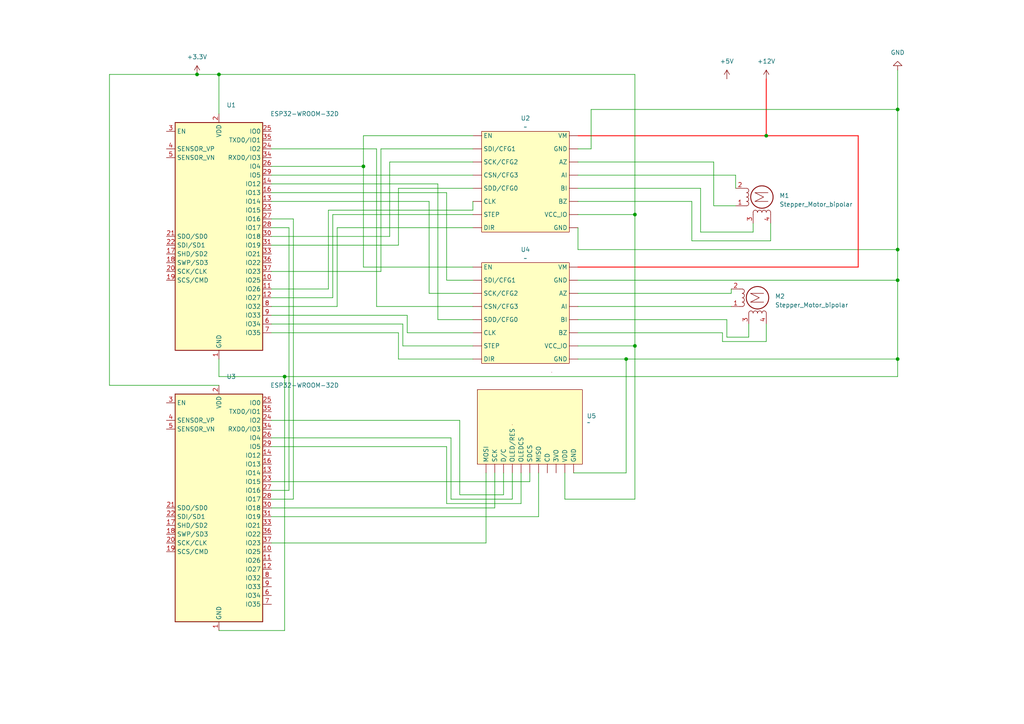
<source format=kicad_sch>
(kicad_sch (version 20231120) (generator "eeschema") (generator_version "8.0")
  (paper "A4")
  (lib_symbols
    (symbol "Motor:Stepper_Motor_bipolar" (pin_names (offset 0) hide)
      (property "Reference" "M" (at 3.81 2.54 0))
      (property "Value" "Stepper_Motor_bipolar" (at 3.81 1.27 0))
      (symbol "Stepper_Motor_bipolar_0_0"
        (polyline (pts (xy -1.27 -1.778) (xy -1.27 2.032) (xy 0 -0.508) (xy 1.27 2.032) (xy 1.27 -1.778)))
      )
      (symbol "Stepper_Motor_bipolar_0_1"
        (arc (start -4.445 -2.54) (mid -3.8127 -1.905) (end -4.445 -1.27))
        (arc (start -4.445 -1.27) (mid -3.8127 -0.635) (end -4.445 0))
        (arc (start -4.445 0) (mid -3.8127 0.635) (end -4.445 1.27))
        (arc (start -4.445 1.27) (mid -3.8127 1.905) (end -4.445 2.54))
        (arc (start -2.54 4.445) (mid -1.905 3.8127) (end -1.27 4.445))
        (arc (start -1.27 4.445) (mid -0.635 3.8127) (end 0 4.445))
        (polyline (pts (xy -5.08 -2.54) (xy -4.445 -2.54)))
        (polyline (pts (xy -5.08 2.54) (xy -4.445 2.54)))
        (polyline (pts (xy -2.54 5.08) (xy -2.54 4.445)))
        (polyline (pts (xy 2.54 5.08) (xy 2.54 4.445)))
        (circle (center 0 0) (radius 3.2512) (stroke (width 0.254)))
        (arc (start 0 4.445) (mid 0.635 3.8127) (end 1.27 4.445))
        (arc (start 1.27 4.445) (mid 1.905 3.8127) (end 2.54 4.445))
      )
      (symbol "Stepper_Motor_bipolar_1_1"
        (pin passive line (at -2.54 7.62 270) (length 2.54) (name "~") (number "1"))
        (pin passive line (at 2.54 7.62 270) (length 2.54) (name "-") (number "2"))
        (pin passive line (at -7.62 2.54 0) (length 2.54) (name "~") (number "3"))
        (pin passive line (at -7.62 -2.54 0) (length 2.54) (name "~") (number "4"))
      )
    )
    (symbol "RF_Module:ESP32-WROOM-32D"
      (property "Reference" "U" (at -12.7 34.29 0))
      (property "Value" "ESP32-WROOM-32D" (at 1.27 34.29 0))
      (symbol "ESP32-WROOM-32D_0_1"
        (rectangle (start -12.7 33.02) (end 12.7 -33.02) (stroke (width 0.254)) (fill (type background)))
      )
      (symbol "ESP32-WROOM-32D_1_1"
        (pin power_in line (at 0 -35.56 90) (length 2.54) (name "GND") (number "1"))
        (pin bidirectional line (at 15.24 -12.7 180) (length 2.54) (name "IO25") (number "10"))
        (pin bidirectional line (at 15.24 -15.24 180) (length 2.54) (name "IO26") (number "11"))
        (pin bidirectional line (at 15.24 -17.78 180) (length 2.54) (name "IO27") (number "12"))
        (pin bidirectional line (at 15.24 10.16 180) (length 2.54) (name "IO14") (number "13"))
        (pin bidirectional line (at 15.24 15.24 180) (length 2.54) (name "IO12") (number "14"))
        (pin passive line (at 0 -35.56 90) (length 2.54) hide (name "GND") (number "15"))
        (pin bidirectional line (at 15.24 12.7 180) (length 2.54) (name "IO13") (number "16"))
        (pin bidirectional line (at -15.24 -5.08 0) (length 2.54) (name "SHD/SD2") (number "17"))
        (pin bidirectional line (at -15.24 -7.62 0) (length 2.54) (name "SWP/SD3") (number "18"))
        (pin bidirectional line (at -15.24 -12.7 0) (length 2.54) (name "SCS/CMD") (number "19"))
        (pin power_in line (at 0 35.56 270) (length 2.54) (name "VDD") (number "2"))
        (pin bidirectional line (at -15.24 -10.16 0) (length 2.54) (name "SCK/CLK") (number "20"))
        (pin bidirectional line (at -15.24 0 0) (length 2.54) (name "SDO/SD0") (number "21"))
        (pin bidirectional line (at -15.24 -2.54 0) (length 2.54) (name "SDI/SD1") (number "22"))
        (pin bidirectional line (at 15.24 7.62 180) (length 2.54) (name "IO15") (number "23"))
        (pin bidirectional line (at 15.24 25.4 180) (length 2.54) (name "IO2") (number "24"))
        (pin bidirectional line (at 15.24 30.48 180) (length 2.54) (name "IO0") (number "25"))
        (pin bidirectional line (at 15.24 20.32 180) (length 2.54) (name "IO4") (number "26"))
        (pin bidirectional line (at 15.24 5.08 180) (length 2.54) (name "IO16") (number "27"))
        (pin bidirectional line (at 15.24 2.54 180) (length 2.54) (name "IO17") (number "28"))
        (pin bidirectional line (at 15.24 17.78 180) (length 2.54) (name "IO5") (number "29"))
        (pin input line (at -15.24 30.48 0) (length 2.54) (name "EN") (number "3"))
        (pin bidirectional line (at 15.24 0 180) (length 2.54) (name "IO18") (number "30"))
        (pin bidirectional line (at 15.24 -2.54 180) (length 2.54) (name "IO19") (number "31"))
        (pin no_connect line (at -12.7 -27.94 0) (length 2.54) hide (name "NC") (number "32"))
        (pin bidirectional line (at 15.24 -5.08 180) (length 2.54) (name "IO21") (number "33"))
        (pin bidirectional line (at 15.24 22.86 180) (length 2.54) (name "RXD0/IO3") (number "34"))
        (pin bidirectional line (at 15.24 27.94 180) (length 2.54) (name "TXD0/IO1") (number "35"))
        (pin bidirectional line (at 15.24 -7.62 180) (length 2.54) (name "IO22") (number "36"))
        (pin bidirectional line (at 15.24 -10.16 180) (length 2.54) (name "IO23") (number "37"))
        (pin passive line (at 0 -35.56 90) (length 2.54) hide (name "GND") (number "38"))
        (pin passive line (at 0 -35.56 90) (length 2.54) hide (name "GND") (number "39"))
        (pin input line (at -15.24 25.4 0) (length 2.54) (name "SENSOR_VP") (number "4"))
        (pin input line (at -15.24 22.86 0) (length 2.54) (name "SENSOR_VN") (number "5"))
        (pin input line (at 15.24 -25.4 180) (length 2.54) (name "IO34") (number "6"))
        (pin input line (at 15.24 -27.94 180) (length 2.54) (name "IO35") (number "7"))
        (pin bidirectional line (at 15.24 -20.32 180) (length 2.54) (name "IO32") (number "8"))
        (pin bidirectional line (at 15.24 -22.86 180) (length 2.54) (name "IO33") (number "9"))
      )
    )
    (symbol "TMC5160-pro:TMC-5160-pro-1"
      (property "Reference" "U" (at 0.508 1.778 0))
      (symbol "TMC-5160-pro-1_0_1"
        (rectangle (start 0 0) (end 25.4 -29.21) (fill (type background)))
      )
      (symbol "TMC-5160-pro-1_1_1"
        (pin input line (at 27.94 -12.7 180) (length 2.54) (name "AI") (number ""))
        (pin input line (at 27.94 -8.89 180) (length 2.54) (name "AZ") (number ""))
        (pin input line (at 27.94 -16.51 180) (length 2.54) (name "BI") (number ""))
        (pin input line (at 27.94 -20.32 180) (length 2.54) (name "BZ") (number ""))
        (pin input line (at -2.54 -20.32 0) (length 2.54) (name "CLK") (number ""))
        (pin input line (at -2.54 -12.7 0) (length 2.54) (name "CSN/CFG3") (number ""))
        (pin input line (at -2.54 -27.94 0) (length 2.54) (name "DIR") (number ""))
        (pin input line (at -2.54 -1.27 0) (length 2.54) (name "EN") (number ""))
        (pin input line (at 27.94 -27.94 180) (length 2.54) (name "GND") (number ""))
        (pin input line (at 27.94 -5.08 180) (length 2.54) (name "GND") (number ""))
        (pin input line (at -2.54 -8.89 0) (length 2.54) (name "SCK/CFG2") (number ""))
        (pin input line (at -2.54 -16.51 0) (length 2.54) (name "SDD/CFG0") (number ""))
        (pin input line (at -2.54 -5.08 0) (length 2.54) (name "SDI/CFG1") (number ""))
        (pin input line (at -2.54 -24.13 0) (length 2.54) (name "STEP") (number ""))
        (pin input line (at 27.94 -24.13 180) (length 2.54) (name "VCC_IO") (number ""))
        (pin input line (at 27.94 -1.27 180) (length 2.54) (name "VM") (number ""))
      )
    )
    (symbol "custom:NHD-1.5-128128ASC3"
      (property "Reference" "U" (at 0 0 0))
      (symbol "NHD-1.5-128128ASC3_0_1"
        (rectangle (start 8.89 15.24) (end 8.89 15.24))
        (rectangle (start 20.32 30.48) (end 20.32 30.48))
      )
      (symbol "NHD-1.5-128128ASC3_1_1"
        (text_box "" (at -1.27 25.4 0) (size 30.48 -21.59) (fill (type background)) (effects (font (size 1.27 1.27)) (justify left top)))
        (pin input line (at 21.59 1.27 90) (length 2.54) (name "3VO") (number ""))
        (pin input line (at 19.05 1.27 90) (length 2.54) (name "CD") (number ""))
        (pin input line (at 6.35 1.27 90) (length 2.54) (name "D/C") (number ""))
        (pin input line (at 26.67 1.27 90) (length 2.54) (name "GND") (number ""))
        (pin output line (at 16.51 1.27 90) (length 2.54) (name "MISO") (number ""))
        (pin input line (at 1.27 1.27 90) (length 2.54) (name "MOSI") (number ""))
        (pin input line (at 8.89 1.27 90) (length 2.54) (name "OLED/RES") (number ""))
        (pin input line (at 11.43 1.27 90) (length 2.54) (name "OLEDCS") (number ""))
        (pin input line (at 3.81 1.27 90) (length 2.54) (name "SCK") (number ""))
        (pin input line (at 13.97 1.27 90) (length 2.54) (name "SDCS") (number ""))
        (pin input line (at 24.13 1.27 90) (length 2.54) (name "VDD") (number ""))
      )
    )
    (symbol "power:+12V" (power) (pin_numbers hide) (pin_names (offset 0) hide)
      (property "Value" "+12V" (at 0 3.556 0))
      (symbol "+12V_0_1"
        (polyline (pts (xy -0.762 1.27) (xy 0 2.54)))
        (polyline (pts (xy 0 0) (xy 0 2.54)))
        (polyline (pts (xy 0 2.54) (xy 0.762 1.27)))
      )
      (symbol "+12V_1_1"
        (pin power_in line (at 0 0 90) (length 0) (name "~") (number "1"))
      )
    )
    (symbol "power:+3.3V" (power) (pin_numbers hide) (pin_names (offset 0) hide)
      (property "Value" "+3.3V" (at 0 3.556 0))
      (symbol "+3.3V_0_1"
        (polyline (pts (xy -0.762 1.27) (xy 0 2.54)))
        (polyline (pts (xy 0 0) (xy 0 2.54)))
        (polyline (pts (xy 0 2.54) (xy 0.762 1.27)))
      )
      (symbol "+3.3V_1_1"
        (pin power_in line (at 0 0 90) (length 0) (name "~") (number "1"))
      )
    )
    (symbol "power:+5V" (power) (pin_numbers hide) (pin_names (offset 0) hide)
      (property "Value" "+5V" (at 0 3.556 0))
      (symbol "+5V_0_1"
        (polyline (pts (xy -0.762 1.27) (xy 0 2.54)))
        (polyline (pts (xy 0 0) (xy 0 2.54)))
        (polyline (pts (xy 0 2.54) (xy 0.762 1.27)))
      )
      (symbol "+5V_1_1"
        (pin power_in line (at 0 0 90) (length 0) (name "~") (number "1"))
      )
    )
    (symbol "power:GND" (power) (pin_numbers hide) (pin_names (offset 0) hide)
      (property "Value" "GND" (at 0 -3.81 0))
      (symbol "GND_0_1"
        (polyline (pts (xy 0 0) (xy 0 -1.27) (xy 1.27 -1.27) (xy 0 -2.54) (xy -1.27 -1.27) (xy 0 -1.27)))
      )
      (symbol "GND_1_1"
        (pin power_in line (at 0 0 270) (length 0) (name "~") (number "1"))
      )
    )
  )
  (junction (at 82.55 109.22))
  (junction (at 105.41 48.26))
  (junction (at 260.35 72.39))
  (junction (at 260.35 104.14))
  (junction (at 222.25 39.37))
  (junction (at 57.15 21.59))
  (junction (at 260.35 81.28))
  (junction (at 181.61 104.14))
  (junction (at 63.5 21.59))
  (junction (at 260.35 31.75))
  (junction (at 184.15 100.33))
  (junction (at 184.15 62.23))
  (no_connect (at 3.81 -24.13))
  (wire (pts (xy 63.5 182.88) (xy 82.55 182.88)))
  (wire (pts (xy 167.64 46.99) (xy 207.01 46.99)))
  (wire (pts (xy 207.01 59.69) (xy 213.36 59.69)))
  (wire (pts (xy 105.41 77.47) (xy 105.41 48.26)))
  (wire (pts (xy 200.66 58.42) (xy 200.66 69.85)))
  (wire (pts (xy 78.74 78.74) (xy 110.49 78.74)))
  (wire (pts (xy 97.79 88.9) (xy 97.79 66.04)))
  (wire (pts (xy 78.74 50.8) (xy 137.16 50.8)))
  (wire (pts (xy 151.13 146.05) (xy 129.54 146.05)))
  (wire (pts (xy 110.49 43.18) (xy 137.16 43.18)))
  (wire (pts (xy 78.74 93.98) (xy 116.84 93.98)))
  (wire (pts (xy 133.35 121.92) (xy 78.74 121.92)))
  (wire (pts (xy 96.52 62.23) (xy 137.16 62.23)))
  (wire (pts (xy 143.51 137.16) (xy 143.51 147.32)))
  (wire (pts (xy 130.81 144.78) (xy 130.81 127)))
  (wire (pts (xy 167.64 39.37) (xy 222.25 39.37)) (stroke (width 0.254) (color 255 0 0 1)))
  (wire (pts (xy 146.05 143.51) (xy 133.35 143.51)))
  (wire (pts (xy 184.15 100.33) (xy 184.15 62.23)))
  (wire (pts (xy 163.83 144.78) (xy 163.83 137.16)))
  (wire (pts (xy 260.35 72.39) (xy 260.35 81.28)))
  (wire (pts (xy 167.64 72.39) (xy 260.35 72.39)))
  (wire (pts (xy 109.22 88.9) (xy 109.22 43.18)))
  (wire (pts (xy 260.35 31.75) (xy 260.35 72.39)))
  (wire (pts (xy 137.16 60.96) (xy 137.16 58.42)))
  (wire (pts (xy 110.49 78.74) (xy 110.49 43.18)))
  (wire (pts (xy 78.74 63.5) (xy 85.09 63.5)))
  (wire (pts (xy 218.44 67.31) (xy 218.44 64.77)))
  (wire (pts (xy 78.74 43.18) (xy 109.22 43.18)))
  (wire (pts (xy 260.35 81.28) (xy 167.64 81.28)))
  (wire (pts (xy 63.5 21.59) (xy 184.15 21.59)))
  (wire (pts (xy 63.5 104.14) (xy 63.5 109.22)))
  (wire (pts (xy 124.46 58.42) (xy 124.46 85.09)))
  (wire (pts (xy 78.74 142.24) (xy 83.82 142.24)))
  (wire (pts (xy 78.74 88.9) (xy 97.79 88.9)))
  (wire (pts (xy 83.82 142.24) (xy 83.82 66.04)))
  (wire (pts (xy 127 53.34) (xy 127 92.71)))
  (wire (pts (xy 171.45 43.18) (xy 171.45 31.75)))
  (wire (pts (xy 129.54 146.05) (xy 129.54 129.54)))
  (wire (pts (xy 78.74 91.44) (xy 118.11 91.44)))
  (wire (pts (xy 200.66 69.85) (xy 223.52 69.85)))
  (wire (pts (xy 78.74 96.52) (xy 115.57 96.52)))
  (wire (pts (xy 115.57 54.61) (xy 115.57 71.12)))
  (wire (pts (xy 143.51 147.32) (xy 78.74 147.32)))
  (wire (pts (xy 78.74 53.34) (xy 127 53.34)))
  (wire (pts (xy 167.64 104.14) (xy 181.61 104.14)))
  (wire (pts (xy 31.75 111.76) (xy 31.75 21.59)))
  (wire (pts (xy 105.41 39.37) (xy 137.16 39.37)))
  (wire (pts (xy 148.59 137.16) (xy 148.59 144.78)))
  (wire (pts (xy 166.37 137.16) (xy 181.61 137.16)))
  (wire (pts (xy 95.25 60.96) (xy 137.16 60.96)))
  (wire (pts (xy 133.35 143.51) (xy 133.35 121.92)))
  (wire (pts (xy 140.97 157.48) (xy 78.74 157.48)))
  (wire (pts (xy 116.84 93.98) (xy 116.84 100.33)))
  (wire (pts (xy 209.55 99.06) (xy 222.25 99.06)))
  (wire (pts (xy 167.64 96.52) (xy 209.55 96.52)))
  (wire (pts (xy 153.67 139.7) (xy 78.74 139.7)))
  (wire (pts (xy 248.92 39.37) (xy 222.25 39.37)) (stroke (width 0.254) (color 255 0 0 1)))
  (wire (pts (xy 127 92.71) (xy 137.16 92.71)))
  (wire (pts (xy 124.46 85.09) (xy 137.16 85.09)))
  (wire (pts (xy 113.03 46.99) (xy 113.03 68.58)))
  (wire (pts (xy 181.61 104.14) (xy 260.35 104.14)))
  (wire (pts (xy 167.64 92.71) (xy 210.82 92.71)))
  (wire (pts (xy 184.15 62.23) (xy 167.64 62.23)))
  (wire (pts (xy 210.82 92.71) (xy 210.82 97.79)))
  (wire (pts (xy 167.64 58.42) (xy 200.66 58.42)))
  (wire (pts (xy 57.15 21.59) (xy 63.5 21.59)))
  (wire (pts (xy 222.25 22.86) (xy 222.25 39.37)) (stroke (width 0.254) (color 255 0 0 1)))
  (wire (pts (xy 184.15 21.59) (xy 184.15 62.23)))
  (wire (pts (xy 167.64 54.61) (xy 203.2 54.61)))
  (wire (pts (xy 63.5 111.76) (xy 31.75 111.76)))
  (wire (pts (xy 82.55 109.22) (xy 260.35 109.22)))
  (wire (pts (xy 184.15 144.78) (xy 184.15 100.33)))
  (wire (pts (xy 167.64 77.47) (xy 248.92 77.47)) (stroke (width 0.254) (color 255 0 0 1)))
  (wire (pts (xy 118.11 96.52) (xy 137.16 96.52)))
  (wire (pts (xy 167.64 43.18) (xy 171.45 43.18)))
  (wire (pts (xy 148.59 144.78) (xy 130.81 144.78)))
  (wire (pts (xy 260.35 20.32) (xy 260.35 31.75)))
  (wire (pts (xy 78.74 48.26) (xy 105.41 48.26)))
  (wire (pts (xy 210.82 97.79) (xy 217.17 97.79)))
  (wire (pts (xy 129.54 55.88) (xy 129.54 81.28)))
  (wire (pts (xy 78.74 55.88) (xy 129.54 55.88)))
  (wire (pts (xy 85.09 144.78) (xy 78.74 144.78)))
  (wire (pts (xy 217.17 97.79) (xy 217.17 93.98)))
  (wire (pts (xy 209.55 96.52) (xy 209.55 99.06)))
  (wire (pts (xy 78.74 86.36) (xy 96.52 86.36)))
  (wire (pts (xy 96.52 62.23) (xy 96.52 86.36)))
  (wire (pts (xy 203.2 54.61) (xy 203.2 67.31)))
  (wire (pts (xy 129.54 81.28) (xy 137.16 81.28)))
  (wire (pts (xy 78.74 68.58) (xy 113.03 68.58)))
  (wire (pts (xy 129.54 129.54) (xy 78.74 129.54)))
  (wire (pts (xy 95.25 83.82) (xy 95.25 60.96)))
  (wire (pts (xy 248.92 77.47) (xy 248.92 39.37)) (stroke (width 0.254) (color 255 0 0 1)))
  (wire (pts (xy 212.09 85.09) (xy 212.09 83.82)))
  (wire (pts (xy 151.13 137.16) (xy 151.13 146.05)))
  (wire (pts (xy 31.75 21.59) (xy 57.15 21.59)))
  (wire (pts (xy 97.79 66.04) (xy 137.16 66.04)))
  (wire (pts (xy 83.82 66.04) (xy 78.74 66.04)))
  (wire (pts (xy 146.05 137.16) (xy 146.05 143.51)))
  (wire (pts (xy 78.74 71.12) (xy 115.57 71.12)))
  (wire (pts (xy 223.52 64.77) (xy 223.52 69.85)))
  (wire (pts (xy 137.16 54.61) (xy 115.57 54.61)))
  (wire (pts (xy 130.81 127) (xy 78.74 127)))
  (wire (pts (xy 137.16 77.47) (xy 105.41 77.47)))
  (wire (pts (xy 115.57 104.14) (xy 137.16 104.14)))
  (wire (pts (xy 207.01 46.99) (xy 207.01 59.69)))
  (wire (pts (xy 260.35 109.22) (xy 260.35 104.14)))
  (wire (pts (xy 156.21 149.86) (xy 78.74 149.86)))
  (wire (pts (xy 167.64 66.04) (xy 167.64 72.39)))
  (wire (pts (xy 167.64 50.8) (xy 213.36 50.8)))
  (wire (pts (xy 118.11 91.44) (xy 118.11 96.52)))
  (wire (pts (xy 85.09 63.5) (xy 85.09 144.78)))
  (wire (pts (xy 116.84 100.33) (xy 137.16 100.33)))
  (wire (pts (xy 167.64 100.33) (xy 184.15 100.33)))
  (wire (pts (xy 222.25 99.06) (xy 222.25 93.98)))
  (wire (pts (xy 213.36 50.8) (xy 213.36 54.61)))
  (wire (pts (xy 78.74 58.42) (xy 124.46 58.42)))
  (wire (pts (xy 82.55 182.88) (xy 82.55 109.22)))
  (wire (pts (xy 167.64 88.9) (xy 212.09 88.9)))
  (wire (pts (xy 137.16 46.99) (xy 113.03 46.99)))
  (wire (pts (xy 156.21 137.16) (xy 156.21 149.86)))
  (wire (pts (xy 184.15 144.78) (xy 163.83 144.78)))
  (wire (pts (xy 105.41 48.26) (xy 105.41 39.37)))
  (wire (pts (xy 78.74 83.82) (xy 95.25 83.82)))
  (wire (pts (xy 140.97 137.16) (xy 140.97 157.48)))
  (wire (pts (xy 260.35 104.14) (xy 260.35 81.28)))
  (wire (pts (xy 181.61 137.16) (xy 181.61 104.14)))
  (wire (pts (xy 153.67 137.16) (xy 153.67 139.7)))
  (wire (pts (xy 115.57 96.52) (xy 115.57 104.14)))
  (wire (pts (xy 203.2 67.31) (xy 218.44 67.31)))
  (wire (pts (xy 137.16 88.9) (xy 109.22 88.9)))
  (wire (pts (xy 167.64 85.09) (xy 212.09 85.09)))
  (wire (pts (xy 171.45 31.75) (xy 260.35 31.75)))
  (wire (pts (xy 63.5 21.59) (xy 63.5 33.02)))
  (wire (pts (xy 63.5 109.22) (xy 82.55 109.22)))
  (symbol (lib_id "TMC5160-pro:TMC-5160-pro-1") (at 139.7 38.1 0) (unit 1)
    (property "Reference" "U2" (at 152.4 34.29 0))
    (property "Value" "~" (at 152.4 36.83 0))
  )
  (symbol (lib_id "power:+5V") (at 210.82 22.86 0) (unit 1)
    (property "Reference" "#PWR02" (effects (hide yes)))
    (property "Value" "+5V" (at 210.82 17.78 0))
    (property "Description" "Power symbol creates a global label with name \"+5V\"" (effects (hide yes)))
  )
  (symbol (lib_id "custom:NHD-1.5-128128ASC3") (at 139.7 138.43 0) (unit 1)
    (property "Reference" "U5" (at 170.18 120.6499 0) (effects (justify left)))
    (property "Value" "~" (at 170.18 122.555 0) (effects (justify left)))
  )
  (symbol (lib_id "Motor:Stepper_Motor_bipolar") (at 220.98 57.15 90) (unit 1)
    (property "Reference" "M1" (at 226.06 56.7308 90) (effects (justify right)))
    (property "Value" "Stepper_Motor_bipolar" (at 226.06 59.2708 90) (effects (justify right)))
    (property "Datasheet" "http://www.infineon.com/dgdl/Application-Note-TLE8110EE_driving_UniPolarStepperMotor_V1.1.pdf?fileId=db3a30431be39b97011be5d0aa0a00b0" (effects (hide yes)))
    (property "Description" "4-wire bipolar stepper motor" (effects (hide yes)))
  )
  (symbol (lib_id "RF_Module:ESP32-WROOM-32D") (at 63.5 147.32 0) (unit 1)
    (property "Reference" "U3" (at 65.6941 109.22 0) (effects (justify left)))
    (property "Value" "ESP32-WROOM-32D" (at 78.3941 111.76 0) (effects (justify left)))
    (property "Footprint" "RF_Module:ESP32-WROOM-32D" (effects (hide yes)))
    (property "Datasheet" "https://www.espressif.com/sites/default/files/documentation/esp32-wroom-32d_esp32-wroom-32u_datasheet_en.pdf" (effects (hide yes)))
    (property "Description" "RF Module, ESP32-D0WD SoC, Wi-Fi 802.11b/g/n, Bluetooth, BLE, 32-bit, 2.7-3.6V, onboard antenna, SMD" (effects (hide yes)))
  )
  (symbol (lib_id "power:+3.3V") (at 57.15 21.59 0) (unit 1)
    (property "Reference" "#PWR01" (effects (hide yes)))
    (property "Value" "+3.3V" (at 57.15 16.51 0))
    (property "Description" "Power symbol creates a global label with name \"+3.3V\"" (effects (hide yes)))
  )
  (symbol (lib_id "power:GND") (at 260.35 20.32 180) (unit 1)
    (property "Reference" "#PWR04" (effects (hide yes)))
    (property "Value" "GND" (at 260.35 15.24 0))
    (property "Description" "Power symbol creates a global label with name \"GND\" , ground" (effects (hide yes)))
  )
  (symbol (lib_id "RF_Module:ESP32-WROOM-32D") (at 63.5 68.58 0) (unit 1)
    (property "Reference" "U1" (at 65.6941 30.48 0) (effects (justify left)))
    (property "Value" "ESP32-WROOM-32D" (at 78.3941 33.02 0) (effects (justify left)))
    (property "Footprint" "RF_Module:ESP32-WROOM-32D" (effects (hide yes)))
    (property "Datasheet" "https://www.espressif.com/sites/default/files/documentation/esp32-wroom-32d_esp32-wroom-32u_datasheet_en.pdf" (effects (hide yes)))
    (property "Description" "RF Module, ESP32-D0WD SoC, Wi-Fi 802.11b/g/n, Bluetooth, BLE, 32-bit, 2.7-3.6V, onboard antenna, SMD" (effects (hide yes)))
  )
  (symbol (lib_id "power:+12V") (at 222.25 22.86 0) (unit 1)
    (property "Reference" "#PWR03" (effects (hide yes)))
    (property "Value" "+12V" (at 222.25 17.78 0))
    (property "Description" "Power symbol creates a global label with name \"+12V\"" (effects (hide yes)))
  )
  (symbol (lib_id "TMC5160-pro:TMC-5160-pro-1") (at 139.7 76.2 0) (unit 1)
    (property "Reference" "U4" (at 152.4 72.39 0))
    (property "Value" "~" (at 152.4 74.93 0))
  )
  (symbol (lib_id "Motor:Stepper_Motor_bipolar") (at 219.71 86.36 90) (unit 1)
    (property "Reference" "M2" (at 224.79 85.9408 90) (effects (justify right)))
    (property "Value" "Stepper_Motor_bipolar" (at 224.79 88.4808 90) (effects (justify right)))
    (property "Datasheet" "http://www.infineon.com/dgdl/Application-Note-TLE8110EE_driving_UniPolarStepperMotor_V1.1.pdf?fileId=db3a30431be39b97011be5d0aa0a00b0" (effects (hide yes)))
    (property "Description" "4-wire bipolar stepper motor" (effects (hide yes)))
  )
)
</source>
